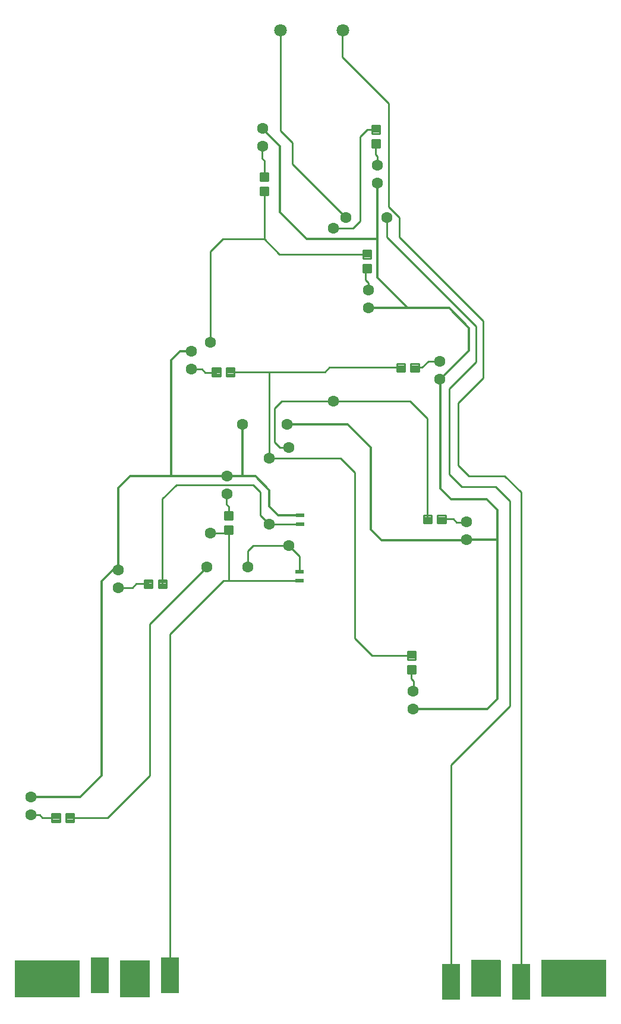
<source format=gbr>
G04 EAGLE Gerber RS-274X export*
G75*
%MOMM*%
%FSLAX34Y34*%
%LPD*%
%INBottom Copper*%
%IPPOS*%
%AMOC8*
5,1,8,0,0,1.08239X$1,22.5*%
G01*
%ADD10R,2.540000X5.080000*%
%ADD11R,1.270000X0.500000*%
%ADD12C,1.800000*%
%ADD13C,1.600000*%
%ADD14C,0.280000*%
%ADD15C,0.254000*%
%ADD16C,0.300000*%

G36*
X844648Y14956D02*
X844648Y14956D01*
X844767Y14963D01*
X844805Y14976D01*
X844846Y14981D01*
X844956Y15024D01*
X845069Y15061D01*
X845104Y15083D01*
X845141Y15098D01*
X845237Y15168D01*
X845338Y15231D01*
X845366Y15261D01*
X845399Y15284D01*
X845475Y15376D01*
X845556Y15463D01*
X845576Y15498D01*
X845601Y15529D01*
X845652Y15637D01*
X845710Y15741D01*
X845720Y15781D01*
X845737Y15817D01*
X845759Y15934D01*
X845789Y16049D01*
X845793Y16110D01*
X845797Y16130D01*
X845795Y16150D01*
X845799Y16210D01*
X845799Y66210D01*
X845784Y66328D01*
X845777Y66447D01*
X845764Y66485D01*
X845759Y66526D01*
X845716Y66636D01*
X845679Y66749D01*
X845657Y66784D01*
X845642Y66821D01*
X845573Y66917D01*
X845509Y67018D01*
X845479Y67046D01*
X845456Y67079D01*
X845364Y67155D01*
X845277Y67236D01*
X845242Y67256D01*
X845211Y67281D01*
X845103Y67332D01*
X844999Y67390D01*
X844959Y67400D01*
X844923Y67417D01*
X844806Y67439D01*
X844691Y67469D01*
X844631Y67473D01*
X844611Y67477D01*
X844590Y67475D01*
X844530Y67479D01*
X754530Y67479D01*
X754412Y67464D01*
X754293Y67457D01*
X754255Y67444D01*
X754214Y67439D01*
X754104Y67396D01*
X753991Y67359D01*
X753956Y67337D01*
X753919Y67322D01*
X753823Y67253D01*
X753722Y67189D01*
X753694Y67159D01*
X753661Y67136D01*
X753586Y67044D01*
X753504Y66957D01*
X753484Y66922D01*
X753459Y66891D01*
X753408Y66783D01*
X753350Y66679D01*
X753340Y66639D01*
X753323Y66603D01*
X753301Y66486D01*
X753271Y66371D01*
X753267Y66311D01*
X753263Y66291D01*
X753265Y66270D01*
X753261Y66210D01*
X753261Y16210D01*
X753276Y16092D01*
X753283Y15973D01*
X753296Y15935D01*
X753301Y15894D01*
X753344Y15784D01*
X753381Y15671D01*
X753403Y15636D01*
X753418Y15599D01*
X753488Y15503D01*
X753551Y15402D01*
X753581Y15374D01*
X753604Y15341D01*
X753696Y15266D01*
X753783Y15184D01*
X753818Y15164D01*
X753849Y15139D01*
X753957Y15088D01*
X754061Y15030D01*
X754101Y15020D01*
X754137Y15003D01*
X754254Y14981D01*
X754369Y14951D01*
X754430Y14947D01*
X754450Y14943D01*
X754470Y14945D01*
X754530Y14941D01*
X844530Y14941D01*
X844648Y14956D01*
G37*
G36*
X94648Y14156D02*
X94648Y14156D01*
X94767Y14163D01*
X94805Y14176D01*
X94846Y14181D01*
X94956Y14224D01*
X95069Y14261D01*
X95104Y14283D01*
X95141Y14298D01*
X95237Y14368D01*
X95338Y14431D01*
X95366Y14461D01*
X95399Y14484D01*
X95475Y14576D01*
X95556Y14663D01*
X95576Y14698D01*
X95601Y14729D01*
X95652Y14837D01*
X95710Y14941D01*
X95720Y14981D01*
X95737Y15017D01*
X95759Y15134D01*
X95789Y15249D01*
X95793Y15310D01*
X95797Y15330D01*
X95795Y15350D01*
X95799Y15410D01*
X95799Y65410D01*
X95784Y65528D01*
X95777Y65647D01*
X95764Y65685D01*
X95759Y65726D01*
X95716Y65836D01*
X95679Y65949D01*
X95657Y65984D01*
X95642Y66021D01*
X95573Y66117D01*
X95509Y66218D01*
X95479Y66246D01*
X95456Y66279D01*
X95364Y66355D01*
X95277Y66436D01*
X95242Y66456D01*
X95211Y66481D01*
X95103Y66532D01*
X94999Y66590D01*
X94959Y66600D01*
X94923Y66617D01*
X94806Y66639D01*
X94691Y66669D01*
X94631Y66673D01*
X94611Y66677D01*
X94590Y66675D01*
X94530Y66679D01*
X4530Y66679D01*
X4412Y66664D01*
X4293Y66657D01*
X4255Y66644D01*
X4214Y66639D01*
X4104Y66596D01*
X3991Y66559D01*
X3956Y66537D01*
X3919Y66522D01*
X3823Y66453D01*
X3722Y66389D01*
X3694Y66359D01*
X3661Y66336D01*
X3586Y66244D01*
X3504Y66157D01*
X3484Y66122D01*
X3459Y66091D01*
X3408Y65983D01*
X3350Y65879D01*
X3340Y65839D01*
X3323Y65803D01*
X3301Y65686D01*
X3271Y65571D01*
X3267Y65511D01*
X3263Y65491D01*
X3265Y65470D01*
X3261Y65410D01*
X3261Y15410D01*
X3276Y15292D01*
X3283Y15173D01*
X3296Y15135D01*
X3301Y15094D01*
X3344Y14984D01*
X3381Y14871D01*
X3403Y14836D01*
X3418Y14799D01*
X3488Y14703D01*
X3551Y14602D01*
X3581Y14574D01*
X3604Y14541D01*
X3696Y14466D01*
X3783Y14384D01*
X3818Y14364D01*
X3849Y14339D01*
X3957Y14288D01*
X4061Y14230D01*
X4101Y14220D01*
X4137Y14203D01*
X4254Y14181D01*
X4369Y14151D01*
X4430Y14147D01*
X4450Y14143D01*
X4470Y14145D01*
X4530Y14141D01*
X94530Y14141D01*
X94648Y14156D01*
G37*
G36*
X694648Y14956D02*
X694648Y14956D01*
X694767Y14963D01*
X694805Y14976D01*
X694846Y14981D01*
X694956Y15024D01*
X695069Y15061D01*
X695104Y15083D01*
X695141Y15098D01*
X695237Y15168D01*
X695338Y15231D01*
X695366Y15261D01*
X695399Y15284D01*
X695475Y15376D01*
X695556Y15463D01*
X695576Y15498D01*
X695601Y15529D01*
X695652Y15637D01*
X695710Y15741D01*
X695720Y15781D01*
X695737Y15817D01*
X695759Y15934D01*
X695789Y16049D01*
X695793Y16110D01*
X695797Y16130D01*
X695795Y16150D01*
X695799Y16210D01*
X695799Y66210D01*
X695784Y66328D01*
X695777Y66447D01*
X695764Y66485D01*
X695759Y66526D01*
X695716Y66636D01*
X695679Y66749D01*
X695657Y66784D01*
X695642Y66821D01*
X695573Y66917D01*
X695509Y67018D01*
X695479Y67046D01*
X695456Y67079D01*
X695364Y67155D01*
X695277Y67236D01*
X695242Y67256D01*
X695211Y67281D01*
X695103Y67332D01*
X694999Y67390D01*
X694959Y67400D01*
X694923Y67417D01*
X694806Y67439D01*
X694691Y67469D01*
X694631Y67473D01*
X694611Y67477D01*
X694590Y67475D01*
X694530Y67479D01*
X654530Y67479D01*
X654412Y67464D01*
X654293Y67457D01*
X654255Y67444D01*
X654214Y67439D01*
X654104Y67396D01*
X653991Y67359D01*
X653956Y67337D01*
X653919Y67322D01*
X653823Y67253D01*
X653722Y67189D01*
X653694Y67159D01*
X653661Y67136D01*
X653586Y67044D01*
X653504Y66957D01*
X653484Y66922D01*
X653459Y66891D01*
X653408Y66783D01*
X653350Y66679D01*
X653340Y66639D01*
X653323Y66603D01*
X653301Y66486D01*
X653271Y66371D01*
X653267Y66311D01*
X653263Y66291D01*
X653265Y66270D01*
X653261Y66210D01*
X653261Y16210D01*
X653276Y16092D01*
X653283Y15973D01*
X653296Y15935D01*
X653301Y15894D01*
X653344Y15784D01*
X653381Y15671D01*
X653403Y15636D01*
X653418Y15599D01*
X653488Y15503D01*
X653551Y15402D01*
X653581Y15374D01*
X653604Y15341D01*
X653696Y15266D01*
X653783Y15184D01*
X653818Y15164D01*
X653849Y15139D01*
X653957Y15088D01*
X654061Y15030D01*
X654101Y15020D01*
X654137Y15003D01*
X654254Y14981D01*
X654369Y14951D01*
X654430Y14947D01*
X654450Y14943D01*
X654470Y14945D01*
X654530Y14941D01*
X694530Y14941D01*
X694648Y14956D01*
G37*
G36*
X194648Y14156D02*
X194648Y14156D01*
X194767Y14163D01*
X194805Y14176D01*
X194846Y14181D01*
X194956Y14224D01*
X195069Y14261D01*
X195104Y14283D01*
X195141Y14298D01*
X195237Y14368D01*
X195338Y14431D01*
X195366Y14461D01*
X195399Y14484D01*
X195475Y14576D01*
X195556Y14663D01*
X195576Y14698D01*
X195601Y14729D01*
X195652Y14837D01*
X195710Y14941D01*
X195720Y14981D01*
X195737Y15017D01*
X195759Y15134D01*
X195789Y15249D01*
X195793Y15310D01*
X195797Y15330D01*
X195795Y15350D01*
X195799Y15410D01*
X195799Y65410D01*
X195784Y65528D01*
X195777Y65647D01*
X195764Y65685D01*
X195759Y65726D01*
X195716Y65836D01*
X195679Y65949D01*
X195657Y65984D01*
X195642Y66021D01*
X195573Y66117D01*
X195509Y66218D01*
X195479Y66246D01*
X195456Y66279D01*
X195364Y66355D01*
X195277Y66436D01*
X195242Y66456D01*
X195211Y66481D01*
X195103Y66532D01*
X194999Y66590D01*
X194959Y66600D01*
X194923Y66617D01*
X194806Y66639D01*
X194691Y66669D01*
X194631Y66673D01*
X194611Y66677D01*
X194590Y66675D01*
X194530Y66679D01*
X154530Y66679D01*
X154412Y66664D01*
X154293Y66657D01*
X154255Y66644D01*
X154214Y66639D01*
X154104Y66596D01*
X153991Y66559D01*
X153956Y66537D01*
X153919Y66522D01*
X153823Y66453D01*
X153722Y66389D01*
X153694Y66359D01*
X153661Y66336D01*
X153586Y66244D01*
X153504Y66157D01*
X153484Y66122D01*
X153459Y66091D01*
X153408Y65983D01*
X153350Y65879D01*
X153340Y65839D01*
X153323Y65803D01*
X153301Y65686D01*
X153271Y65571D01*
X153267Y65511D01*
X153263Y65491D01*
X153265Y65470D01*
X153261Y65410D01*
X153261Y15410D01*
X153276Y15292D01*
X153283Y15173D01*
X153296Y15135D01*
X153301Y15094D01*
X153344Y14984D01*
X153381Y14871D01*
X153403Y14836D01*
X153418Y14799D01*
X153488Y14703D01*
X153551Y14602D01*
X153581Y14574D01*
X153604Y14541D01*
X153696Y14466D01*
X153783Y14384D01*
X153818Y14364D01*
X153849Y14339D01*
X153957Y14288D01*
X154061Y14230D01*
X154101Y14220D01*
X154137Y14203D01*
X154254Y14181D01*
X154369Y14151D01*
X154430Y14147D01*
X154450Y14143D01*
X154470Y14145D01*
X154530Y14141D01*
X194530Y14141D01*
X194648Y14156D01*
G37*
D10*
X624530Y36210D03*
X724530Y36210D03*
X224530Y45410D03*
X124530Y45410D03*
D11*
X409540Y700670D03*
X409540Y687970D03*
X409050Y620330D03*
X409050Y607630D03*
D12*
X470800Y1391500D03*
D13*
X150600Y622800D03*
X150600Y597400D03*
X254900Y934300D03*
X254900Y908900D03*
X646800Y665900D03*
X646800Y691300D03*
X305700Y756500D03*
X305700Y731100D03*
X608700Y894500D03*
X608700Y919900D03*
X519800Y1173900D03*
X519800Y1199300D03*
X356500Y1251800D03*
X356500Y1226400D03*
X570600Y424600D03*
X570600Y450000D03*
X26300Y299300D03*
X26300Y273900D03*
X507100Y996100D03*
X507100Y1021500D03*
D12*
X381900Y1391500D03*
D14*
X199100Y597600D02*
X187900Y597600D01*
X187900Y608800D01*
X199100Y608800D01*
X199100Y597600D01*
X199100Y600260D02*
X187900Y600260D01*
X187900Y602920D02*
X199100Y602920D01*
X199100Y605580D02*
X187900Y605580D01*
X187900Y608240D02*
X199100Y608240D01*
X208090Y597600D02*
X219290Y597600D01*
X208090Y597600D02*
X208090Y608800D01*
X219290Y608800D01*
X219290Y597600D01*
X219290Y600260D02*
X208090Y600260D01*
X208090Y602920D02*
X219290Y602920D01*
X219290Y605580D02*
X208090Y605580D01*
X208090Y608240D02*
X219290Y608240D01*
X284800Y899200D02*
X296000Y899200D01*
X284800Y899200D02*
X284800Y910400D01*
X296000Y910400D01*
X296000Y899200D01*
X296000Y901860D02*
X284800Y901860D01*
X284800Y904520D02*
X296000Y904520D01*
X296000Y907180D02*
X284800Y907180D01*
X284800Y909840D02*
X296000Y909840D01*
X304990Y899200D02*
X316190Y899200D01*
X304990Y899200D02*
X304990Y910400D01*
X316190Y910400D01*
X316190Y899200D01*
X316190Y901860D02*
X304990Y901860D01*
X304990Y904520D02*
X316190Y904520D01*
X316190Y907180D02*
X304990Y907180D01*
X304990Y909840D02*
X316190Y909840D01*
X605700Y701000D02*
X616900Y701000D01*
X616900Y689800D01*
X605700Y689800D01*
X605700Y701000D01*
X605700Y692460D02*
X616900Y692460D01*
X616900Y695120D02*
X605700Y695120D01*
X605700Y697780D02*
X616900Y697780D01*
X616900Y700440D02*
X605700Y700440D01*
X596710Y701000D02*
X585510Y701000D01*
X596710Y701000D02*
X596710Y689800D01*
X585510Y689800D01*
X585510Y701000D01*
X585510Y692460D02*
X596710Y692460D01*
X596710Y695120D02*
X585510Y695120D01*
X585510Y697780D02*
X596710Y697780D01*
X596710Y700440D02*
X585510Y700440D01*
X302300Y705800D02*
X302300Y694600D01*
X302300Y705800D02*
X313500Y705800D01*
X313500Y694600D01*
X302300Y694600D01*
X302300Y697260D02*
X313500Y697260D01*
X313500Y699920D02*
X302300Y699920D01*
X302300Y702580D02*
X313500Y702580D01*
X313500Y705240D02*
X302300Y705240D01*
X302300Y685610D02*
X302300Y674410D01*
X302300Y685610D02*
X313500Y685610D01*
X313500Y674410D01*
X302300Y674410D01*
X302300Y677070D02*
X313500Y677070D01*
X313500Y679730D02*
X302300Y679730D01*
X302300Y682390D02*
X313500Y682390D01*
X313500Y685050D02*
X302300Y685050D01*
X567600Y916900D02*
X578800Y916900D01*
X578800Y905700D01*
X567600Y905700D01*
X567600Y916900D01*
X567600Y908360D02*
X578800Y908360D01*
X578800Y911020D02*
X567600Y911020D01*
X567600Y913680D02*
X578800Y913680D01*
X578800Y916340D02*
X567600Y916340D01*
X558610Y916900D02*
X547410Y916900D01*
X558610Y916900D02*
X558610Y905700D01*
X547410Y905700D01*
X547410Y916900D01*
X547410Y908360D02*
X558610Y908360D01*
X558610Y911020D02*
X547410Y911020D01*
X547410Y913680D02*
X558610Y913680D01*
X558610Y916340D02*
X547410Y916340D01*
X523200Y1224600D02*
X523200Y1235800D01*
X523200Y1224600D02*
X512000Y1224600D01*
X512000Y1235800D01*
X523200Y1235800D01*
X523200Y1227260D02*
X512000Y1227260D01*
X512000Y1229920D02*
X523200Y1229920D01*
X523200Y1232580D02*
X512000Y1232580D01*
X512000Y1235240D02*
X523200Y1235240D01*
X523200Y1244790D02*
X523200Y1255990D01*
X523200Y1244790D02*
X512000Y1244790D01*
X512000Y1255990D01*
X523200Y1255990D01*
X523200Y1247450D02*
X512000Y1247450D01*
X512000Y1250110D02*
X523200Y1250110D01*
X523200Y1252770D02*
X512000Y1252770D01*
X512000Y1255430D02*
X523200Y1255430D01*
X353100Y1188400D02*
X353100Y1177200D01*
X353100Y1188400D02*
X364300Y1188400D01*
X364300Y1177200D01*
X353100Y1177200D01*
X353100Y1179860D02*
X364300Y1179860D01*
X364300Y1182520D02*
X353100Y1182520D01*
X353100Y1185180D02*
X364300Y1185180D01*
X364300Y1187840D02*
X353100Y1187840D01*
X353100Y1168210D02*
X353100Y1157010D01*
X353100Y1168210D02*
X364300Y1168210D01*
X364300Y1157010D01*
X353100Y1157010D01*
X353100Y1159670D02*
X364300Y1159670D01*
X364300Y1162330D02*
X353100Y1162330D01*
X353100Y1164990D02*
X364300Y1164990D01*
X364300Y1167650D02*
X353100Y1167650D01*
X574000Y486500D02*
X574000Y475300D01*
X562800Y475300D01*
X562800Y486500D01*
X574000Y486500D01*
X574000Y477960D02*
X562800Y477960D01*
X562800Y480620D02*
X574000Y480620D01*
X574000Y483280D02*
X562800Y483280D01*
X562800Y485940D02*
X574000Y485940D01*
X574000Y495490D02*
X574000Y506690D01*
X574000Y495490D02*
X562800Y495490D01*
X562800Y506690D01*
X574000Y506690D01*
X574000Y498150D02*
X562800Y498150D01*
X562800Y500810D02*
X574000Y500810D01*
X574000Y503470D02*
X562800Y503470D01*
X562800Y506130D02*
X574000Y506130D01*
X67400Y264200D02*
X56200Y264200D01*
X56200Y275400D01*
X67400Y275400D01*
X67400Y264200D01*
X67400Y266860D02*
X56200Y266860D01*
X56200Y269520D02*
X67400Y269520D01*
X67400Y272180D02*
X56200Y272180D01*
X56200Y274840D02*
X67400Y274840D01*
X76390Y264200D02*
X87590Y264200D01*
X76390Y264200D02*
X76390Y275400D01*
X87590Y275400D01*
X87590Y264200D01*
X87590Y266860D02*
X76390Y266860D01*
X76390Y269520D02*
X87590Y269520D01*
X87590Y272180D02*
X76390Y272180D01*
X76390Y274840D02*
X87590Y274840D01*
X510500Y1046800D02*
X510500Y1058000D01*
X510500Y1046800D02*
X499300Y1046800D01*
X499300Y1058000D01*
X510500Y1058000D01*
X510500Y1049460D02*
X499300Y1049460D01*
X499300Y1052120D02*
X510500Y1052120D01*
X510500Y1054780D02*
X499300Y1054780D01*
X499300Y1057440D02*
X510500Y1057440D01*
X510500Y1066990D02*
X510500Y1078190D01*
X510500Y1066990D02*
X499300Y1066990D01*
X499300Y1078190D01*
X510500Y1078190D01*
X510500Y1069650D02*
X499300Y1069650D01*
X499300Y1072310D02*
X510500Y1072310D01*
X510500Y1074970D02*
X499300Y1074970D01*
X499300Y1077630D02*
X510500Y1077630D01*
D15*
X724530Y733430D02*
X724530Y36210D01*
X724530Y733430D02*
X701040Y756920D01*
X650240Y756920D01*
X635000Y772160D01*
X635000Y861060D01*
X670560Y896620D02*
X670560Y977900D01*
X670560Y896620D02*
X635000Y861060D01*
X670560Y977900D02*
X551180Y1097280D01*
X551180Y1125220D02*
X535940Y1140460D01*
X535940Y1287780D01*
X469900Y1353820D01*
X469900Y1390600D01*
X470800Y1391500D01*
X551180Y1125220D02*
X551180Y1097280D01*
X624530Y345130D02*
X624530Y36210D01*
X624530Y345130D02*
X708660Y429260D01*
X708660Y721360D01*
X688340Y741680D01*
X640080Y741680D01*
X622300Y759460D01*
X622300Y881380D01*
X660400Y919480D01*
X660400Y970280D01*
X533400Y1097280D01*
X381900Y1248780D02*
X381900Y1391500D01*
X533400Y1125220D02*
X533400Y1097280D01*
D13*
X533400Y1125220D03*
X474980Y1125220D03*
D15*
X398780Y1231900D02*
X381900Y1248780D01*
X398780Y1201420D02*
X474980Y1125220D01*
X398780Y1201420D02*
X398780Y1231900D01*
X224530Y531870D02*
X224530Y45410D01*
X307340Y607630D02*
X409050Y607630D01*
X307340Y607630D02*
X300290Y607630D01*
X224530Y531870D01*
X307900Y608190D02*
X307900Y680010D01*
X307900Y608190D02*
X307340Y607630D01*
X358700Y1094180D02*
X358700Y1162610D01*
X380290Y1072590D02*
X504900Y1072590D01*
X380290Y1072590D02*
X358700Y1094180D01*
X307900Y680010D02*
X303530Y675640D01*
X281940Y675640D01*
D13*
X281940Y675640D03*
X281940Y947420D03*
D15*
X281940Y1076960D01*
X299720Y1094740D01*
X358140Y1094740D01*
X358700Y1094180D01*
X365760Y904800D02*
X310590Y904800D01*
X365760Y904800D02*
X445060Y904800D01*
X451560Y911300D02*
X553010Y911300D01*
X451560Y911300D02*
X445060Y904800D01*
X213690Y724230D02*
X213690Y603200D01*
X213690Y724230D02*
X233680Y744220D01*
X342900Y744220D01*
X353060Y734060D01*
X353060Y701040D01*
X366130Y687970D02*
X409540Y687970D01*
X366130Y687970D02*
X353060Y701040D01*
D13*
X366130Y687970D03*
X365760Y782320D03*
D15*
X365760Y904800D01*
X365760Y782320D02*
X467360Y782320D01*
X487680Y762000D01*
X487680Y525780D01*
X512370Y501090D02*
X568400Y501090D01*
X512370Y501090D02*
X487680Y525780D01*
D16*
X150600Y622800D02*
X150600Y739880D01*
X167220Y756500D02*
X226060Y756500D01*
X305700Y756500D01*
X167220Y756500D02*
X150600Y739880D01*
X238340Y934300D02*
X254900Y934300D01*
X238340Y934300D02*
X226060Y922020D01*
X226060Y756500D01*
X519380Y1173480D02*
X519800Y1173900D01*
X327660Y756500D02*
X305700Y756500D01*
X327660Y756500D02*
X345860Y756500D01*
X507100Y996100D02*
X561340Y996100D01*
X621880Y996100D01*
X650240Y967740D01*
X676060Y424600D02*
X570600Y424600D01*
X690880Y665480D02*
X690880Y708660D01*
X690880Y665480D02*
X690880Y439420D01*
X676060Y424600D01*
X690460Y665900D02*
X646800Y665900D01*
X690460Y665900D02*
X690880Y665480D01*
X609600Y894500D02*
X608700Y894500D01*
X96520Y299300D02*
X26300Y299300D01*
X142740Y622800D02*
X150600Y622800D01*
X142740Y622800D02*
X127000Y607060D01*
X345860Y756500D02*
X365760Y736600D01*
X365760Y713740D01*
X378830Y700670D02*
X409540Y700670D01*
X378830Y700670D02*
X365760Y713740D01*
X327660Y756500D02*
X327660Y830580D01*
D13*
X327660Y830580D03*
X391160Y830580D03*
D16*
X477520Y830580D01*
X510540Y797560D01*
X510540Y680720D01*
X525780Y665480D01*
X646380Y665480D01*
X646800Y665900D01*
X519800Y1094740D02*
X519800Y1173900D01*
X519800Y1094740D02*
X519800Y1039760D01*
X561340Y998220D02*
X561340Y996100D01*
X561340Y998220D02*
X519800Y1039760D01*
X127000Y329780D02*
X96520Y299300D01*
X127000Y329780D02*
X127000Y607060D01*
X609600Y739140D02*
X624840Y723900D01*
X675640Y723900D01*
X690880Y708660D01*
X609600Y893600D02*
X608700Y894500D01*
X609600Y893600D02*
X609600Y739140D01*
X609600Y894500D02*
X650240Y935140D01*
X650240Y967740D01*
X519800Y1094740D02*
X419100Y1094740D01*
X381000Y1132840D01*
X381000Y1226400D01*
X356500Y1250900D01*
X356500Y1251800D01*
D15*
X170680Y597400D02*
X150600Y597400D01*
X176480Y603200D02*
X193500Y603200D01*
X176480Y603200D02*
X170680Y597400D01*
X611300Y695400D02*
X627940Y695400D01*
X632460Y690880D01*
X646380Y690880D01*
X646800Y691300D01*
X307900Y700200D02*
X307900Y713180D01*
X304800Y716280D01*
X304800Y730200D01*
X305700Y731100D01*
X573200Y911300D02*
X583640Y911300D01*
X592240Y919900D02*
X608700Y919900D01*
X592240Y919900D02*
X583640Y911300D01*
X519800Y1199300D02*
X519800Y1212480D01*
X517600Y1214680D02*
X517600Y1230200D01*
X517600Y1214680D02*
X519800Y1212480D01*
X358700Y1205940D02*
X358700Y1182800D01*
X358700Y1205940D02*
X355600Y1209040D01*
X355600Y1225500D01*
X356500Y1226400D01*
X568400Y480900D02*
X568400Y467920D01*
X571500Y464820D01*
X571500Y450900D01*
X570600Y450000D01*
X38520Y273900D02*
X26300Y273900D01*
X42620Y269800D02*
X61800Y269800D01*
X42620Y269800D02*
X38520Y273900D01*
X507100Y1021500D02*
X507100Y1032140D01*
X502920Y1036320D01*
X502920Y1050420D01*
X504900Y1052400D01*
X269660Y908900D02*
X254900Y908900D01*
X269660Y908900D02*
X274320Y904240D01*
X289840Y904240D01*
X290400Y904800D01*
X409050Y642510D02*
X409050Y620330D01*
X409050Y642510D02*
X393700Y657860D01*
D13*
X393700Y657860D03*
D15*
X135180Y269800D02*
X81990Y269800D01*
X195580Y546100D02*
X276860Y627380D01*
D13*
X276860Y627380D03*
X335280Y627380D03*
D15*
X335280Y650240D01*
X342900Y657860D01*
X393700Y657860D01*
X195580Y330200D02*
X135180Y269800D01*
X195580Y330200D02*
X195580Y546100D01*
D13*
X393700Y797560D03*
D15*
X457200Y863600D02*
X566420Y863600D01*
X591110Y838910D02*
X591110Y695400D01*
X591110Y838910D02*
X566420Y863600D01*
D13*
X457200Y863600D03*
X457200Y1109980D03*
D15*
X505460Y1250390D02*
X517600Y1250390D01*
X393700Y797560D02*
X381000Y797560D01*
X373380Y805180D01*
X373380Y853440D01*
X383540Y863600D01*
X457200Y863600D01*
X457200Y1109980D02*
X485140Y1109980D01*
X495300Y1120140D01*
X495300Y1240230D01*
X505460Y1250390D01*
M02*

</source>
